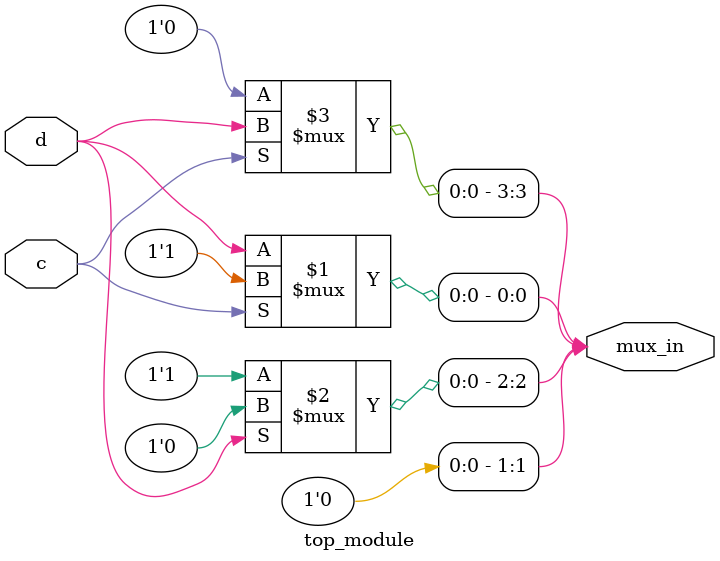
<source format=sv>
module top_module (
    input c,
    input d,
    output [3:0] mux_in
); 

    assign mux_in[0] = c ? 1'b1 : d;
    assign mux_in[1] = 1'b0;
    assign mux_in[2] = d ? 1'b0 : 1'b1;
    assign mux_in[3] = c ? d : 1'b0;
endmodule

</source>
